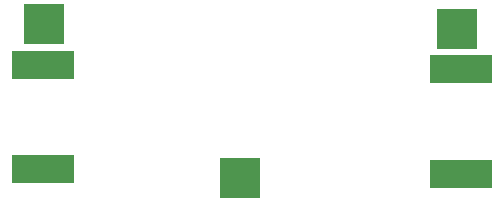
<source format=gbs>
G75*
%MOIN*%
%OFA0B0*%
%FSLAX25Y25*%
%IPPOS*%
%LPD*%
%AMOC8*
5,1,8,0,0,1.08239X$1,22.5*
%
%ADD10R,0.20800X0.09800*%
%ADD11R,0.13461X0.13461*%
D10*
X0048606Y0020933D03*
X0048606Y0055733D03*
X0187934Y0054277D03*
X0187934Y0019477D03*
D11*
X0114136Y0018018D03*
X0186577Y0067625D03*
X0048782Y0069199D03*
M02*

</source>
